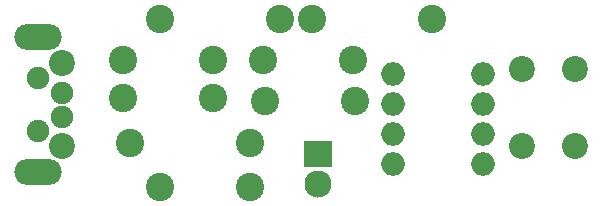
<source format=gts>
G04 #@! TF.FileFunction,Soldermask,Top*
%FSLAX46Y46*%
G04 Gerber Fmt 4.6, Leading zero omitted, Abs format (unit mm)*
G04 Created by KiCad (PCBNEW 4.0.2-stable) date Tue 01 Mar 2016 12:52:29 PM EST*
%MOMM*%
G01*
G04 APERTURE LIST*
%ADD10C,0.100000*%
%ADD11C,2.200000*%
%ADD12C,1.900000*%
%ADD13O,4.000000X2.200000*%
%ADD14O,2.000000X2.000000*%
%ADD15C,2.398980*%
%ADD16R,2.400000X2.300000*%
%ADD17C,2.300000*%
G04 APERTURE END LIST*
D10*
D11*
X104800000Y-85300000D03*
X104800000Y-92300000D03*
D12*
X104800000Y-87800000D03*
X104800000Y-89800000D03*
D13*
X102800000Y-83100000D03*
X102800000Y-94500000D03*
D12*
X102800000Y-86550000D03*
X102800000Y-91050000D03*
D14*
X140500000Y-93840000D03*
X140500000Y-91300000D03*
X140500000Y-88760000D03*
X140500000Y-86220000D03*
X132880000Y-86220000D03*
X132880000Y-88760000D03*
X132880000Y-91300000D03*
X132880000Y-93840000D03*
D15*
X120750000Y-95750000D03*
X113130000Y-95750000D03*
X122000000Y-88500000D03*
X129620000Y-88500000D03*
X121880000Y-85000000D03*
X129500000Y-85000000D03*
D16*
X126500000Y-93000000D03*
D17*
X126500000Y-95540000D03*
D15*
X110590000Y-92000000D03*
X120750000Y-92000000D03*
X113090000Y-81500000D03*
X123250000Y-81500000D03*
X117620000Y-88250000D03*
X110000000Y-88250000D03*
X117620000Y-85000000D03*
X110000000Y-85000000D03*
X126000000Y-81500000D03*
X136160000Y-81500000D03*
D11*
X143750000Y-85750000D03*
X143750000Y-92250000D03*
X148250000Y-85750000D03*
X148250000Y-92250000D03*
M02*

</source>
